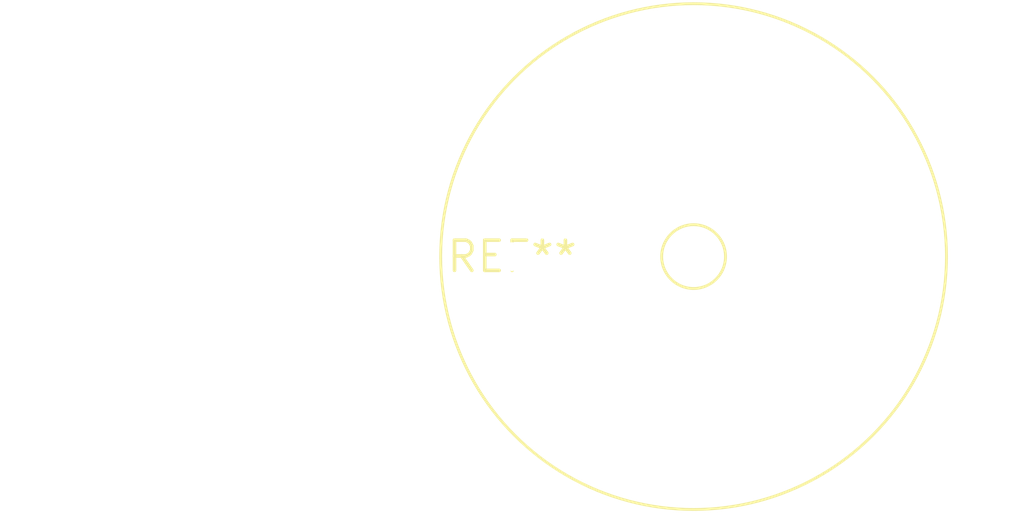
<source format=kicad_pcb>
(kicad_pcb (version 20240108) (generator pcbnew)
  (layers (0 "F.Cu" signal) (31 "B.Cu" signal) (34 "B.Paste" user) (35 "F.Paste" user) (36 "B.SilkS" user "B.Silkscreen") (37 "F.SilkS" user "F.Silkscreen") (38 "B.Mask" user) (39 "F.Mask" user) (44 "Edge.Cuts" user))
  (net 0 "")
  (footprint "L_Radial_D21.0mm_P15.24mm_Vishay_IHB-2" (layer "F.Cu") (at 0 0)
    (property "Reference" "REF**")
    (property "Value" "L_Radial_D21.0mm_P15.24mm_Vishay_IHB-2")
    (fp_circle (center 7.62 0) (end 8.96 0) (layer "F.SilkS") (stroke (width 0.12)) (fill none))
    (fp_circle (center 7.62 0) (end 18.24 0) (layer "F.SilkS") (stroke (width 0.12)) (fill none))
    (pad "1" thru_hole circle (at 0 0) (size 2.4 2.4) (drill 1.2) (layers *.Cu *.Mask) (remove_unused_layers))
    (pad "2" thru_hole circle (at 15.24 0) (size 2.4 2.4) (drill 1.2) (layers *.Cu *.Mask) (remove_unused_layers))
  )
)
</source>
